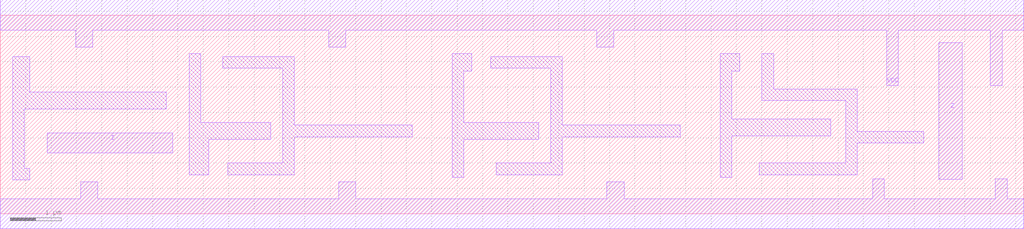
<source format=lef>
# Copyright 2022 GlobalFoundries PDK Authors
#
# Licensed under the Apache License, Version 2.0 (the "License");
# you may not use this file except in compliance with the License.
# You may obtain a copy of the License at
#
#      http://www.apache.org/licenses/LICENSE-2.0
#
# Unless required by applicable law or agreed to in writing, software
# distributed under the License is distributed on an "AS IS" BASIS,
# WITHOUT WARRANTIES OR CONDITIONS OF ANY KIND, either express or implied.
# See the License for the specific language governing permissions and
# limitations under the License.

MACRO gf180mcu_fd_sc_mcu7t5v0__dlyd_2
  CLASS core ;
  FOREIGN gf180mcu_fd_sc_mcu7t5v0__dlyd_2 0.0 0.0 ;
  ORIGIN 0 0 ;
  SYMMETRY X Y ;
  SITE GF018hv5v_mcu_sc7 ;
  SIZE 20.16 BY 3.92 ;
  PIN I
    DIRECTION INPUT ;
    ANTENNAGATEAREA 0.396 ;
    PORT
      LAYER Metal1 ;
        POLYGON 0.93 1.2 3.395 1.2 3.395 1.6 0.93 1.6  ;
    END
  END I
  PIN Z
    DIRECTION OUTPUT ;
    ANTENNADIFFAREA 1.0608 ;
    PORT
      LAYER Metal1 ;
        POLYGON 18.48 0.675 18.95 0.675 18.95 3.38 18.48 3.38  ;
    END
  END Z
  PIN VDD
    DIRECTION INOUT ;
    USE power ;
    SHAPE ABUTMENT ;
    PORT
      LAYER Metal1 ;
        POLYGON 0 3.62 1.485 3.62 1.485 3.285 1.825 3.285 1.825 3.62 3.265 3.62 6.465 3.62 6.465 3.285 6.805 3.285 6.805 3.62 8.115 3.62 11.745 3.62 11.745 3.285 12.085 3.285 12.085 3.62 13.395 3.62 17.46 3.62 17.46 2.53 17.69 2.53 17.69 3.62 18.185 3.62 19.5 3.62 19.5 2.53 19.73 2.53 19.73 3.62 20.16 3.62 20.16 4.22 18.185 4.22 13.395 4.22 8.115 4.22 3.265 4.22 0 4.22  ;
    END
  END VDD
  PIN VSS
    DIRECTION INOUT ;
    USE ground ;
    SHAPE ABUTMENT ;
    PORT
      LAYER Metal1 ;
        POLYGON 0 -0.3 20.16 -0.3 20.16 0.3 19.83 0.3 19.83 0.69 19.6 0.69 19.6 0.3 17.41 0.3 17.41 0.69 17.18 0.69 17.18 0.3 12.285 0.3 12.285 0.635 11.945 0.635 11.945 0.3 7.005 0.3 7.005 0.635 6.665 0.635 6.665 0.3 1.925 0.3 1.925 0.635 1.585 0.635 1.585 0.3 0 0.3  ;
    END
  END VSS
  OBS
      LAYER Metal1 ;
        POLYGON 0.475 2.065 3.265 2.065 3.265 2.405 0.585 2.405 0.585 3.105 0.245 3.105 0.245 0.67 0.585 0.67 0.585 0.9 0.475 0.9  ;
        POLYGON 3.72 0.77 4.105 0.77 4.105 1.465 5.33 1.465 5.33 1.805 3.95 1.805 3.95 3.16 3.72 3.16  ;
        POLYGON 4.385 2.875 5.56 2.875 5.56 1 4.485 1 4.485 0.77 5.79 0.77 5.79 1.52 8.115 1.52 8.115 1.75 5.79 1.75 5.79 3.105 4.385 3.105  ;
        POLYGON 8.9 0.715 9.13 0.715 9.13 1.465 10.61 1.465 10.61 1.805 9.13 1.805 9.13 2.82 9.285 2.82 9.285 3.16 8.9 3.16  ;
        POLYGON 9.665 2.875 10.84 2.875 10.84 1 9.765 1 9.765 0.77 11.07 0.77 11.07 1.52 13.395 1.52 13.395 1.75 11.07 1.75 11.07 3.105 9.665 3.105  ;
        POLYGON 14.18 0.715 14.41 0.715 14.41 1.535 16.36 1.535 16.36 1.875 14.41 1.875 14.41 2.82 14.565 2.82 14.565 3.16 14.18 3.16  ;
        POLYGON 15 2.235 16.65 2.235 16.65 1 14.945 1 14.945 0.77 16.88 0.77 16.88 1.395 18.185 1.395 18.185 1.625 16.88 1.625 16.88 2.465 15.23 2.465 15.23 3.16 15 3.16  ;
  END
END gf180mcu_fd_sc_mcu7t5v0__dlyd_2

</source>
